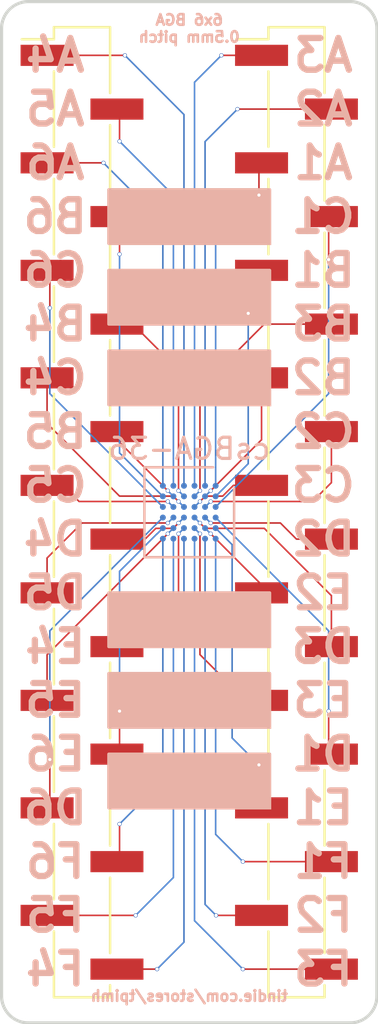
<source format=kicad_pcb>
(kicad_pcb (version 20171130) (host pcbnew "(5.0.0-3-g5ebb6b6)")

  (general
    (thickness 1.6)
    (drawings 52)
    (tracks 186)
    (zones 0)
    (modules 3)
    (nets 37)
  )

  (page A4)
  (layers
    (0 F.Cu signal)
    (31 B.Cu signal)
    (32 B.Adhes user)
    (33 F.Adhes user)
    (34 B.Paste user)
    (35 F.Paste user)
    (36 B.SilkS user)
    (37 F.SilkS user)
    (38 B.Mask user)
    (39 F.Mask user)
    (40 Dwgs.User user)
    (41 Cmts.User user)
    (42 Eco1.User user)
    (43 Eco2.User user)
    (44 Edge.Cuts user)
    (45 Margin user)
    (46 B.CrtYd user)
    (47 F.CrtYd user)
    (48 B.Fab user)
    (49 F.Fab user)
  )

  (setup
    (last_trace_width 0.0762)
    (trace_clearance 0.0762)
    (zone_clearance 0.508)
    (zone_45_only no)
    (trace_min 0.0762)
    (segment_width 0.2)
    (edge_width 0.15)
    (via_size 0.2)
    (via_drill 0.15)
    (via_min_size 0.2)
    (via_min_drill 0.15)
    (uvia_size 0.254)
    (uvia_drill 0.127)
    (uvias_allowed no)
    (uvia_min_size 0.2)
    (uvia_min_drill 0.1)
    (pcb_text_width 0.3)
    (pcb_text_size 1.5 1.5)
    (mod_edge_width 0.15)
    (mod_text_size 1 1)
    (mod_text_width 0.15)
    (pad_size 1.524 1.524)
    (pad_drill 0.762)
    (pad_to_mask_clearance 0.2)
    (aux_axis_origin 0 0)
    (visible_elements FFFFFF7F)
    (pcbplotparams
      (layerselection 0x010fc_ffffffff)
      (usegerberextensions false)
      (usegerberattributes false)
      (usegerberadvancedattributes false)
      (creategerberjobfile false)
      (excludeedgelayer true)
      (linewidth 0.100000)
      (plotframeref false)
      (viasonmask false)
      (mode 1)
      (useauxorigin false)
      (hpglpennumber 1)
      (hpglpenspeed 20)
      (hpglpendiameter 15.000000)
      (psnegative false)
      (psa4output false)
      (plotreference true)
      (plotvalue true)
      (plotinvisibletext false)
      (padsonsilk false)
      (subtractmaskfromsilk false)
      (outputformat 1)
      (mirror false)
      (drillshape 1)
      (scaleselection 1)
      (outputdirectory ""))
  )

  (net 0 "")
  (net 1 /F6)
  (net 2 /F5)
  (net 3 /F4)
  (net 4 /F3)
  (net 5 /F2)
  (net 6 /F1)
  (net 7 /E6)
  (net 8 /E5)
  (net 9 /E4)
  (net 10 /E3)
  (net 11 /E2)
  (net 12 /E1)
  (net 13 /D6)
  (net 14 /D5)
  (net 15 /D4)
  (net 16 /D3)
  (net 17 /D2)
  (net 18 /D1)
  (net 19 /C6)
  (net 20 /C5)
  (net 21 /C4)
  (net 22 /C3)
  (net 23 /C2)
  (net 24 /C1)
  (net 25 /B6)
  (net 26 /B5)
  (net 27 /B4)
  (net 28 /B3)
  (net 29 /B1)
  (net 30 /A6)
  (net 31 /A5)
  (net 32 /A4)
  (net 33 /A3)
  (net 34 /A2)
  (net 35 /A1)
  (net 36 /B2)

  (net_class Default "This is the default net class."
    (clearance 0.0762)
    (trace_width 0.0762)
    (via_dia 0.2)
    (via_drill 0.15)
    (uvia_dia 0.254)
    (uvia_drill 0.127)
    (add_net /A1)
    (add_net /A2)
    (add_net /A3)
    (add_net /A4)
    (add_net /A5)
    (add_net /A6)
    (add_net /B1)
    (add_net /B2)
    (add_net /B3)
    (add_net /B4)
    (add_net /B5)
    (add_net /B6)
    (add_net /C1)
    (add_net /C2)
    (add_net /C3)
    (add_net /C4)
    (add_net /C5)
    (add_net /C6)
    (add_net /D1)
    (add_net /D2)
    (add_net /D3)
    (add_net /D4)
    (add_net /D5)
    (add_net /D6)
    (add_net /E1)
    (add_net /E2)
    (add_net /E3)
    (add_net /E4)
    (add_net /E5)
    (add_net /E6)
    (add_net /F1)
    (add_net /F2)
    (add_net /F3)
    (add_net /F4)
    (add_net /F5)
    (add_net /F6)
  )

  (module footprint:CSBGA-36_4x4mm_Layout6x6_P0.5mm (layer B.Cu) (tedit 5B6C2AF8) (tstamp 5B99A48F)
    (at 129.54 96.52 180)
    (tags "BGA 36 0.5")
    (path /5B6B4A26)
    (attr smd)
    (fp_text reference csBGA-36 (at 0 3 180) (layer B.SilkS)
      (effects (font (size 1 1) (thickness 0.15)) (justify mirror))
    )
    (fp_text value BGA-36_6x6 (at 0.5 -4 180) (layer B.Fab) hide
      (effects (font (size 1 1) (thickness 0.15)) (justify mirror))
    )
    (fp_text user %R (at 0.5 0) (layer B.Fab) hide
      (effects (font (size 1 1) (thickness 0.15)) (justify mirror))
    )
    (fp_line (start -2.125 -2.125) (end -2.125 1.125) (layer B.SilkS) (width 0.12))
    (fp_line (start 2.125 -2.125) (end -2.125 -2.125) (layer B.SilkS) (width 0.12))
    (fp_line (start 2.125 2.125) (end 2.125 -2.125) (layer B.SilkS) (width 0.12))
    (fp_line (start -1.125 2.125) (end 2.125 2.125) (layer B.SilkS) (width 0.12))
    (fp_line (start 3 3) (end -3 3) (layer B.CrtYd) (width 0.05))
    (fp_line (start 3 -3) (end 3 3) (layer B.CrtYd) (width 0.05))
    (fp_line (start -3 -3) (end 3 -3) (layer B.CrtYd) (width 0.05))
    (fp_line (start -3 3) (end -3 -3) (layer B.CrtYd) (width 0.05))
    (fp_line (start 2 2) (end 2 -2) (layer B.Fab) (width 0.1))
    (fp_line (start -1 2) (end 2 2) (layer B.Fab) (width 0.1))
    (fp_line (start -2 1) (end -1 2) (layer B.Fab) (width 0.1))
    (fp_line (start -2 -2) (end -2 1) (layer B.Fab) (width 0.1))
    (fp_line (start 2 -2) (end -2 -2) (layer B.Fab) (width 0.1))
    (pad F6 smd circle (at 1.25 -1.25 180) (size 0.28 0.28) (layers B.Cu B.Paste B.Mask)
      (net 1 /F6))
    (pad F5 smd circle (at 0.75 -1.25 180) (size 0.28 0.28) (layers B.Cu B.Paste B.Mask)
      (net 2 /F5))
    (pad F4 smd circle (at 0.25 -1.25 180) (size 0.28 0.28) (layers B.Cu B.Paste B.Mask)
      (net 3 /F4))
    (pad F3 smd circle (at -0.25 -1.25 180) (size 0.28 0.28) (layers B.Cu B.Paste B.Mask)
      (net 4 /F3))
    (pad F2 smd circle (at -0.75 -1.25 180) (size 0.28 0.28) (layers B.Cu B.Paste B.Mask)
      (net 5 /F2))
    (pad F1 smd circle (at -1.25 -1.25 180) (size 0.28 0.28) (layers B.Cu B.Paste B.Mask)
      (net 6 /F1))
    (pad E6 smd circle (at 1.25 -0.75 180) (size 0.28 0.28) (layers B.Cu B.Paste B.Mask)
      (net 7 /E6))
    (pad E5 smd circle (at 0.75 -0.75 180) (size 0.28 0.28) (layers B.Cu B.Paste B.Mask)
      (net 8 /E5))
    (pad E4 smd circle (at 0.25 -0.75 180) (size 0.28 0.28) (layers B.Cu B.Paste B.Mask)
      (net 9 /E4))
    (pad E3 smd circle (at -0.25 -0.75 180) (size 0.28 0.28) (layers B.Cu B.Paste B.Mask)
      (net 10 /E3))
    (pad E2 smd circle (at -0.75 -0.75 180) (size 0.28 0.28) (layers B.Cu B.Paste B.Mask)
      (net 11 /E2))
    (pad E1 smd circle (at -1.25 -0.75 180) (size 0.28 0.28) (layers B.Cu B.Paste B.Mask)
      (net 12 /E1))
    (pad D6 smd circle (at 1.25 -0.25 180) (size 0.28 0.28) (layers B.Cu B.Paste B.Mask)
      (net 13 /D6))
    (pad D5 smd circle (at 0.75 -0.25 180) (size 0.28 0.28) (layers B.Cu B.Paste B.Mask)
      (net 14 /D5))
    (pad D4 smd circle (at 0.25 -0.25 180) (size 0.28 0.28) (layers B.Cu B.Paste B.Mask)
      (net 15 /D4))
    (pad D3 smd circle (at -0.25 -0.25 180) (size 0.28 0.28) (layers B.Cu B.Paste B.Mask)
      (net 16 /D3))
    (pad D2 smd circle (at -0.75 -0.25 180) (size 0.28 0.28) (layers B.Cu B.Paste B.Mask)
      (net 17 /D2))
    (pad D1 smd circle (at -1.25 -0.25 180) (size 0.28 0.28) (layers B.Cu B.Paste B.Mask)
      (net 18 /D1))
    (pad C6 smd circle (at 1.25 0.25 180) (size 0.28 0.28) (layers B.Cu B.Paste B.Mask)
      (net 19 /C6))
    (pad C5 smd circle (at 0.75 0.25 180) (size 0.28 0.28) (layers B.Cu B.Paste B.Mask)
      (net 20 /C5))
    (pad C4 smd circle (at 0.25 0.25 180) (size 0.28 0.28) (layers B.Cu B.Paste B.Mask)
      (net 21 /C4))
    (pad C3 smd circle (at -0.25 0.25 180) (size 0.28 0.28) (layers B.Cu B.Paste B.Mask)
      (net 22 /C3))
    (pad C2 smd circle (at -0.75 0.25 180) (size 0.28 0.28) (layers B.Cu B.Paste B.Mask)
      (net 23 /C2))
    (pad C1 smd circle (at -1.25 0.25 180) (size 0.28 0.28) (layers B.Cu B.Paste B.Mask)
      (net 24 /C1))
    (pad B6 smd circle (at 1.25 0.75 180) (size 0.28 0.28) (layers B.Cu B.Paste B.Mask)
      (net 25 /B6))
    (pad B5 smd circle (at 0.75 0.75 180) (size 0.28 0.28) (layers B.Cu B.Paste B.Mask)
      (net 26 /B5))
    (pad B4 smd circle (at 0.25 0.75 180) (size 0.28 0.28) (layers B.Cu B.Paste B.Mask)
      (net 27 /B4))
    (pad B3 smd circle (at -0.25 0.75 180) (size 0.28 0.28) (layers B.Cu B.Paste B.Mask)
      (net 28 /B3))
    (pad B2 smd circle (at -0.75 0.75 180) (size 0.28 0.28) (layers B.Cu B.Paste B.Mask)
      (net 36 /B2))
    (pad B1 smd circle (at -1.25 0.75 180) (size 0.28 0.28) (layers B.Cu B.Paste B.Mask)
      (net 29 /B1))
    (pad A6 smd circle (at 1.25 1.25 180) (size 0.28 0.28) (layers B.Cu B.Paste B.Mask)
      (net 30 /A6))
    (pad A5 smd circle (at 0.75 1.25 180) (size 0.28 0.28) (layers B.Cu B.Paste B.Mask)
      (net 31 /A5))
    (pad A4 smd circle (at 0.25 1.25 180) (size 0.28 0.28) (layers B.Cu B.Paste B.Mask)
      (net 32 /A4))
    (pad A3 smd circle (at -0.25 1.25 180) (size 0.28 0.28) (layers B.Cu B.Paste B.Mask)
      (net 33 /A3))
    (pad A2 smd circle (at -0.75 1.25 180) (size 0.28 0.28) (layers B.Cu B.Paste B.Mask)
      (net 34 /A2))
    (pad A1 smd circle (at -1.25 1.25 180) (size 0.28 0.28) (layers B.Cu B.Paste B.Mask)
      (net 35 /A1))
    (model ${KISYS3DMOD}/Package_BGA.3dshapes/TFBGA-64_5x5mm_Layout8x8_P0.5mm.wrl
      (at (xyz 0 0 0))
      (scale (xyz 1 1 1))
      (rotate (xyz 0 0 0))
    )
  )

  (module Connector_PinHeader_2.54mm:PinHeader_1x18_P2.54mm_Vertical_SMD_Pin1Left (layer F.Cu) (tedit 5B6C2AEA) (tstamp 5B99AC5E)
    (at 124.46 96.52)
    (descr "surface-mounted straight pin header, 1x18, 2.54mm pitch, single row, style 1 (pin 1 left)")
    (tags "Surface mounted pin header SMD 1x18 2.54mm single row style1 pin1 left")
    (path /5B6B4C78)
    (attr smd)
    (fp_text reference J2 (at 0 -23.92) (layer F.SilkS) hide
      (effects (font (size 1 1) (thickness 0.15)))
    )
    (fp_text value Conn_01x18_Male (at 0 23.92) (layer F.Fab) hide
      (effects (font (size 1 1) (thickness 0.15)))
    )
    (fp_line (start 1.27 22.86) (end -1.27 22.86) (layer F.Fab) (width 0.1))
    (fp_line (start -0.32 -22.86) (end 1.27 -22.86) (layer F.Fab) (width 0.1))
    (fp_line (start -1.27 22.86) (end -1.27 -21.91) (layer F.Fab) (width 0.1))
    (fp_line (start -1.27 -21.91) (end -0.32 -22.86) (layer F.Fab) (width 0.1))
    (fp_line (start 1.27 -22.86) (end 1.27 22.86) (layer F.Fab) (width 0.1))
    (fp_line (start -1.27 -21.91) (end -2.54 -21.91) (layer F.Fab) (width 0.1))
    (fp_line (start -2.54 -21.91) (end -2.54 -21.27) (layer F.Fab) (width 0.1))
    (fp_line (start -2.54 -21.27) (end -1.27 -21.27) (layer F.Fab) (width 0.1))
    (fp_line (start -1.27 -16.83) (end -2.54 -16.83) (layer F.Fab) (width 0.1))
    (fp_line (start -2.54 -16.83) (end -2.54 -16.19) (layer F.Fab) (width 0.1))
    (fp_line (start -2.54 -16.19) (end -1.27 -16.19) (layer F.Fab) (width 0.1))
    (fp_line (start -1.27 -11.75) (end -2.54 -11.75) (layer F.Fab) (width 0.1))
    (fp_line (start -2.54 -11.75) (end -2.54 -11.11) (layer F.Fab) (width 0.1))
    (fp_line (start -2.54 -11.11) (end -1.27 -11.11) (layer F.Fab) (width 0.1))
    (fp_line (start -1.27 -6.67) (end -2.54 -6.67) (layer F.Fab) (width 0.1))
    (fp_line (start -2.54 -6.67) (end -2.54 -6.03) (layer F.Fab) (width 0.1))
    (fp_line (start -2.54 -6.03) (end -1.27 -6.03) (layer F.Fab) (width 0.1))
    (fp_line (start -1.27 -1.59) (end -2.54 -1.59) (layer F.Fab) (width 0.1))
    (fp_line (start -2.54 -1.59) (end -2.54 -0.95) (layer F.Fab) (width 0.1))
    (fp_line (start -2.54 -0.95) (end -1.27 -0.95) (layer F.Fab) (width 0.1))
    (fp_line (start -1.27 3.49) (end -2.54 3.49) (layer F.Fab) (width 0.1))
    (fp_line (start -2.54 3.49) (end -2.54 4.13) (layer F.Fab) (width 0.1))
    (fp_line (start -2.54 4.13) (end -1.27 4.13) (layer F.Fab) (width 0.1))
    (fp_line (start -1.27 8.57) (end -2.54 8.57) (layer F.Fab) (width 0.1))
    (fp_line (start -2.54 8.57) (end -2.54 9.21) (layer F.Fab) (width 0.1))
    (fp_line (start -2.54 9.21) (end -1.27 9.21) (layer F.Fab) (width 0.1))
    (fp_line (start -1.27 13.65) (end -2.54 13.65) (layer F.Fab) (width 0.1))
    (fp_line (start -2.54 13.65) (end -2.54 14.29) (layer F.Fab) (width 0.1))
    (fp_line (start -2.54 14.29) (end -1.27 14.29) (layer F.Fab) (width 0.1))
    (fp_line (start -1.27 18.73) (end -2.54 18.73) (layer F.Fab) (width 0.1))
    (fp_line (start -2.54 18.73) (end -2.54 19.37) (layer F.Fab) (width 0.1))
    (fp_line (start -2.54 19.37) (end -1.27 19.37) (layer F.Fab) (width 0.1))
    (fp_line (start 1.27 -19.37) (end 2.54 -19.37) (layer F.Fab) (width 0.1))
    (fp_line (start 2.54 -19.37) (end 2.54 -18.73) (layer F.Fab) (width 0.1))
    (fp_line (start 2.54 -18.73) (end 1.27 -18.73) (layer F.Fab) (width 0.1))
    (fp_line (start 1.27 -14.29) (end 2.54 -14.29) (layer F.Fab) (width 0.1))
    (fp_line (start 2.54 -14.29) (end 2.54 -13.65) (layer F.Fab) (width 0.1))
    (fp_line (start 2.54 -13.65) (end 1.27 -13.65) (layer F.Fab) (width 0.1))
    (fp_line (start 1.27 -9.21) (end 2.54 -9.21) (layer F.Fab) (width 0.1))
    (fp_line (start 2.54 -9.21) (end 2.54 -8.57) (layer F.Fab) (width 0.1))
    (fp_line (start 2.54 -8.57) (end 1.27 -8.57) (layer F.Fab) (width 0.1))
    (fp_line (start 1.27 -4.13) (end 2.54 -4.13) (layer F.Fab) (width 0.1))
    (fp_line (start 2.54 -4.13) (end 2.54 -3.49) (layer F.Fab) (width 0.1))
    (fp_line (start 2.54 -3.49) (end 1.27 -3.49) (layer F.Fab) (width 0.1))
    (fp_line (start 1.27 0.95) (end 2.54 0.95) (layer F.Fab) (width 0.1))
    (fp_line (start 2.54 0.95) (end 2.54 1.59) (layer F.Fab) (width 0.1))
    (fp_line (start 2.54 1.59) (end 1.27 1.59) (layer F.Fab) (width 0.1))
    (fp_line (start 1.27 6.03) (end 2.54 6.03) (layer F.Fab) (width 0.1))
    (fp_line (start 2.54 6.03) (end 2.54 6.67) (layer F.Fab) (width 0.1))
    (fp_line (start 2.54 6.67) (end 1.27 6.67) (layer F.Fab) (width 0.1))
    (fp_line (start 1.27 11.11) (end 2.54 11.11) (layer F.Fab) (width 0.1))
    (fp_line (start 2.54 11.11) (end 2.54 11.75) (layer F.Fab) (width 0.1))
    (fp_line (start 2.54 11.75) (end 1.27 11.75) (layer F.Fab) (width 0.1))
    (fp_line (start 1.27 16.19) (end 2.54 16.19) (layer F.Fab) (width 0.1))
    (fp_line (start 2.54 16.19) (end 2.54 16.83) (layer F.Fab) (width 0.1))
    (fp_line (start 2.54 16.83) (end 1.27 16.83) (layer F.Fab) (width 0.1))
    (fp_line (start 1.27 21.27) (end 2.54 21.27) (layer F.Fab) (width 0.1))
    (fp_line (start 2.54 21.27) (end 2.54 21.91) (layer F.Fab) (width 0.1))
    (fp_line (start 2.54 21.91) (end 1.27 21.91) (layer F.Fab) (width 0.1))
    (fp_line (start -1.33 -22.92) (end 1.33 -22.92) (layer F.SilkS) (width 0.12))
    (fp_line (start -1.33 22.92) (end 1.33 22.92) (layer F.SilkS) (width 0.12))
    (fp_line (start 1.33 -22.92) (end 1.33 -19.81) (layer F.SilkS) (width 0.12))
    (fp_line (start -1.33 -22.35) (end -2.85 -22.35) (layer F.SilkS) (width 0.12))
    (fp_line (start -1.33 -22.92) (end -1.33 -22.35) (layer F.SilkS) (width 0.12))
    (fp_line (start 1.33 22.35) (end 1.33 22.92) (layer F.SilkS) (width 0.12))
    (fp_line (start 1.33 -18.29) (end 1.33 -14.73) (layer F.SilkS) (width 0.12))
    (fp_line (start 1.33 -13.21) (end 1.33 -9.65) (layer F.SilkS) (width 0.12))
    (fp_line (start 1.33 -8.13) (end 1.33 -4.57) (layer F.SilkS) (width 0.12))
    (fp_line (start 1.33 -3.05) (end 1.33 0.51) (layer F.SilkS) (width 0.12))
    (fp_line (start 1.33 2.03) (end 1.33 5.59) (layer F.SilkS) (width 0.12))
    (fp_line (start 1.33 7.11) (end 1.33 10.67) (layer F.SilkS) (width 0.12))
    (fp_line (start 1.33 12.19) (end 1.33 15.75) (layer F.SilkS) (width 0.12))
    (fp_line (start 1.33 17.27) (end 1.33 20.83) (layer F.SilkS) (width 0.12))
    (fp_line (start -1.33 -20.83) (end -1.33 -17.27) (layer F.SilkS) (width 0.12))
    (fp_line (start -1.33 -15.75) (end -1.33 -12.19) (layer F.SilkS) (width 0.12))
    (fp_line (start -1.33 -10.67) (end -1.33 -7.11) (layer F.SilkS) (width 0.12))
    (fp_line (start -1.33 -5.59) (end -1.33 -2.03) (layer F.SilkS) (width 0.12))
    (fp_line (start -1.33 -0.51) (end -1.33 3.05) (layer F.SilkS) (width 0.12))
    (fp_line (start -1.33 4.57) (end -1.33 8.13) (layer F.SilkS) (width 0.12))
    (fp_line (start -1.33 9.65) (end -1.33 13.21) (layer F.SilkS) (width 0.12))
    (fp_line (start -1.33 14.73) (end -1.33 18.29) (layer F.SilkS) (width 0.12))
    (fp_line (start -1.33 19.81) (end -1.33 22.92) (layer F.SilkS) (width 0.12))
    (fp_line (start -3.45 -23.4) (end -3.45 23.4) (layer F.CrtYd) (width 0.05))
    (fp_line (start -3.45 23.4) (end 3.45 23.4) (layer F.CrtYd) (width 0.05))
    (fp_line (start 3.45 23.4) (end 3.45 -23.4) (layer F.CrtYd) (width 0.05))
    (fp_line (start 3.45 -23.4) (end -3.45 -23.4) (layer F.CrtYd) (width 0.05))
    (fp_text user %R (at 0 0 90) (layer F.Fab)
      (effects (font (size 1 1) (thickness 0.15)))
    )
    (pad 1 smd rect (at -1.655 -21.59) (size 2.51 1) (layers F.Cu F.Paste F.Mask)
      (net 32 /A4))
    (pad 3 smd rect (at -1.655 -16.51) (size 2.51 1) (layers F.Cu F.Paste F.Mask)
      (net 30 /A6))
    (pad 5 smd rect (at -1.655 -11.43) (size 2.51 1) (layers F.Cu F.Paste F.Mask)
      (net 19 /C6))
    (pad 7 smd rect (at -1.655 -6.35) (size 2.51 1) (layers F.Cu F.Paste F.Mask)
      (net 21 /C4))
    (pad 9 smd rect (at -1.655 -1.27) (size 2.51 1) (layers F.Cu F.Paste F.Mask)
      (net 20 /C5))
    (pad 11 smd rect (at -1.655 3.81) (size 2.51 1) (layers F.Cu F.Paste F.Mask)
      (net 14 /D5))
    (pad 13 smd rect (at -1.655 8.89) (size 2.51 1) (layers F.Cu F.Paste F.Mask)
      (net 8 /E5))
    (pad 15 smd rect (at -1.655 13.97) (size 2.51 1) (layers F.Cu F.Paste F.Mask)
      (net 13 /D6))
    (pad 17 smd rect (at -1.655 19.05) (size 2.51 1) (layers F.Cu F.Paste F.Mask)
      (net 2 /F5))
    (pad 2 smd rect (at 1.655 -19.05) (size 2.51 1) (layers F.Cu F.Paste F.Mask)
      (net 31 /A5))
    (pad 4 smd rect (at 1.655 -13.97) (size 2.51 1) (layers F.Cu F.Paste F.Mask)
      (net 25 /B6))
    (pad 6 smd rect (at 1.655 -8.89) (size 2.51 1) (layers F.Cu F.Paste F.Mask)
      (net 27 /B4))
    (pad 8 smd rect (at 1.655 -3.81) (size 2.51 1) (layers F.Cu F.Paste F.Mask)
      (net 26 /B5))
    (pad 10 smd rect (at 1.655 1.27) (size 2.51 1) (layers F.Cu F.Paste F.Mask)
      (net 15 /D4))
    (pad 12 smd rect (at 1.655 6.35) (size 2.51 1) (layers F.Cu F.Paste F.Mask)
      (net 9 /E4))
    (pad 14 smd rect (at 1.655 11.43) (size 2.51 1) (layers F.Cu F.Paste F.Mask)
      (net 7 /E6))
    (pad 16 smd rect (at 1.655 16.51) (size 2.51 1) (layers F.Cu F.Paste F.Mask)
      (net 1 /F6))
    (pad 18 smd rect (at 1.655 21.59) (size 2.51 1) (layers F.Cu F.Paste F.Mask)
      (net 3 /F4))
    (model ${KISYS3DMOD}/Connector_PinHeader_2.54mm.3dshapes/PinHeader_1x18_P2.54mm_Vertical_SMD_Pin1Left.wrl
      (at (xyz 0 0 0))
      (scale (xyz 1 1 1))
      (rotate (xyz 0 0 0))
    )
  )

  (module Connector_PinHeader_2.54mm:PinHeader_1x18_P2.54mm_Vertical_SMD_Pin1Left (layer F.Cu) (tedit 5B6C2AE6) (tstamp 5B999DCE)
    (at 134.62 96.52)
    (descr "surface-mounted straight pin header, 1x18, 2.54mm pitch, single row, style 1 (pin 1 left)")
    (tags "Surface mounted pin header SMD 1x18 2.54mm single row style1 pin1 left")
    (path /5B6B6686)
    (attr smd)
    (fp_text reference J1 (at 0 -23.92) (layer F.SilkS) hide
      (effects (font (size 1 1) (thickness 0.15)))
    )
    (fp_text value Conn_01x18_Male (at 0 23.92) (layer F.Fab) hide
      (effects (font (size 1 1) (thickness 0.15)))
    )
    (fp_text user %R (at 0 0 90) (layer F.Fab)
      (effects (font (size 1 1) (thickness 0.15)))
    )
    (fp_line (start 3.45 -23.4) (end -3.45 -23.4) (layer F.CrtYd) (width 0.05))
    (fp_line (start 3.45 23.4) (end 3.45 -23.4) (layer F.CrtYd) (width 0.05))
    (fp_line (start -3.45 23.4) (end 3.45 23.4) (layer F.CrtYd) (width 0.05))
    (fp_line (start -3.45 -23.4) (end -3.45 23.4) (layer F.CrtYd) (width 0.05))
    (fp_line (start -1.33 19.81) (end -1.33 22.92) (layer F.SilkS) (width 0.12))
    (fp_line (start -1.33 14.73) (end -1.33 18.29) (layer F.SilkS) (width 0.12))
    (fp_line (start -1.33 9.65) (end -1.33 13.21) (layer F.SilkS) (width 0.12))
    (fp_line (start -1.33 4.57) (end -1.33 8.13) (layer F.SilkS) (width 0.12))
    (fp_line (start -1.33 -0.51) (end -1.33 3.05) (layer F.SilkS) (width 0.12))
    (fp_line (start -1.33 -5.59) (end -1.33 -2.03) (layer F.SilkS) (width 0.12))
    (fp_line (start -1.33 -10.67) (end -1.33 -7.11) (layer F.SilkS) (width 0.12))
    (fp_line (start -1.33 -15.75) (end -1.33 -12.19) (layer F.SilkS) (width 0.12))
    (fp_line (start -1.33 -20.83) (end -1.33 -17.27) (layer F.SilkS) (width 0.12))
    (fp_line (start 1.33 17.27) (end 1.33 20.83) (layer F.SilkS) (width 0.12))
    (fp_line (start 1.33 12.19) (end 1.33 15.75) (layer F.SilkS) (width 0.12))
    (fp_line (start 1.33 7.11) (end 1.33 10.67) (layer F.SilkS) (width 0.12))
    (fp_line (start 1.33 2.03) (end 1.33 5.59) (layer F.SilkS) (width 0.12))
    (fp_line (start 1.33 -3.05) (end 1.33 0.51) (layer F.SilkS) (width 0.12))
    (fp_line (start 1.33 -8.13) (end 1.33 -4.57) (layer F.SilkS) (width 0.12))
    (fp_line (start 1.33 -13.21) (end 1.33 -9.65) (layer F.SilkS) (width 0.12))
    (fp_line (start 1.33 -18.29) (end 1.33 -14.73) (layer F.SilkS) (width 0.12))
    (fp_line (start 1.33 22.35) (end 1.33 22.92) (layer F.SilkS) (width 0.12))
    (fp_line (start -1.33 -22.92) (end -1.33 -22.35) (layer F.SilkS) (width 0.12))
    (fp_line (start -1.33 -22.35) (end -2.85 -22.35) (layer F.SilkS) (width 0.12))
    (fp_line (start 1.33 -22.92) (end 1.33 -19.81) (layer F.SilkS) (width 0.12))
    (fp_line (start -1.33 22.92) (end 1.33 22.92) (layer F.SilkS) (width 0.12))
    (fp_line (start -1.33 -22.92) (end 1.33 -22.92) (layer F.SilkS) (width 0.12))
    (fp_line (start 2.54 21.91) (end 1.27 21.91) (layer F.Fab) (width 0.1))
    (fp_line (start 2.54 21.27) (end 2.54 21.91) (layer F.Fab) (width 0.1))
    (fp_line (start 1.27 21.27) (end 2.54 21.27) (layer F.Fab) (width 0.1))
    (fp_line (start 2.54 16.83) (end 1.27 16.83) (layer F.Fab) (width 0.1))
    (fp_line (start 2.54 16.19) (end 2.54 16.83) (layer F.Fab) (width 0.1))
    (fp_line (start 1.27 16.19) (end 2.54 16.19) (layer F.Fab) (width 0.1))
    (fp_line (start 2.54 11.75) (end 1.27 11.75) (layer F.Fab) (width 0.1))
    (fp_line (start 2.54 11.11) (end 2.54 11.75) (layer F.Fab) (width 0.1))
    (fp_line (start 1.27 11.11) (end 2.54 11.11) (layer F.Fab) (width 0.1))
    (fp_line (start 2.54 6.67) (end 1.27 6.67) (layer F.Fab) (width 0.1))
    (fp_line (start 2.54 6.03) (end 2.54 6.67) (layer F.Fab) (width 0.1))
    (fp_line (start 1.27 6.03) (end 2.54 6.03) (layer F.Fab) (width 0.1))
    (fp_line (start 2.54 1.59) (end 1.27 1.59) (layer F.Fab) (width 0.1))
    (fp_line (start 2.54 0.95) (end 2.54 1.59) (layer F.Fab) (width 0.1))
    (fp_line (start 1.27 0.95) (end 2.54 0.95) (layer F.Fab) (width 0.1))
    (fp_line (start 2.54 -3.49) (end 1.27 -3.49) (layer F.Fab) (width 0.1))
    (fp_line (start 2.54 -4.13) (end 2.54 -3.49) (layer F.Fab) (width 0.1))
    (fp_line (start 1.27 -4.13) (end 2.54 -4.13) (layer F.Fab) (width 0.1))
    (fp_line (start 2.54 -8.57) (end 1.27 -8.57) (layer F.Fab) (width 0.1))
    (fp_line (start 2.54 -9.21) (end 2.54 -8.57) (layer F.Fab) (width 0.1))
    (fp_line (start 1.27 -9.21) (end 2.54 -9.21) (layer F.Fab) (width 0.1))
    (fp_line (start 2.54 -13.65) (end 1.27 -13.65) (layer F.Fab) (width 0.1))
    (fp_line (start 2.54 -14.29) (end 2.54 -13.65) (layer F.Fab) (width 0.1))
    (fp_line (start 1.27 -14.29) (end 2.54 -14.29) (layer F.Fab) (width 0.1))
    (fp_line (start 2.54 -18.73) (end 1.27 -18.73) (layer F.Fab) (width 0.1))
    (fp_line (start 2.54 -19.37) (end 2.54 -18.73) (layer F.Fab) (width 0.1))
    (fp_line (start 1.27 -19.37) (end 2.54 -19.37) (layer F.Fab) (width 0.1))
    (fp_line (start -2.54 19.37) (end -1.27 19.37) (layer F.Fab) (width 0.1))
    (fp_line (start -2.54 18.73) (end -2.54 19.37) (layer F.Fab) (width 0.1))
    (fp_line (start -1.27 18.73) (end -2.54 18.73) (layer F.Fab) (width 0.1))
    (fp_line (start -2.54 14.29) (end -1.27 14.29) (layer F.Fab) (width 0.1))
    (fp_line (start -2.54 13.65) (end -2.54 14.29) (layer F.Fab) (width 0.1))
    (fp_line (start -1.27 13.65) (end -2.54 13.65) (layer F.Fab) (width 0.1))
    (fp_line (start -2.54 9.21) (end -1.27 9.21) (layer F.Fab) (width 0.1))
    (fp_line (start -2.54 8.57) (end -2.54 9.21) (layer F.Fab) (width 0.1))
    (fp_line (start -1.27 8.57) (end -2.54 8.57) (layer F.Fab) (width 0.1))
    (fp_line (start -2.54 4.13) (end -1.27 4.13) (layer F.Fab) (width 0.1))
    (fp_line (start -2.54 3.49) (end -2.54 4.13) (layer F.Fab) (width 0.1))
    (fp_line (start -1.27 3.49) (end -2.54 3.49) (layer F.Fab) (width 0.1))
    (fp_line (start -2.54 -0.95) (end -1.27 -0.95) (layer F.Fab) (width 0.1))
    (fp_line (start -2.54 -1.59) (end -2.54 -0.95) (layer F.Fab) (width 0.1))
    (fp_line (start -1.27 -1.59) (end -2.54 -1.59) (layer F.Fab) (width 0.1))
    (fp_line (start -2.54 -6.03) (end -1.27 -6.03) (layer F.Fab) (width 0.1))
    (fp_line (start -2.54 -6.67) (end -2.54 -6.03) (layer F.Fab) (width 0.1))
    (fp_line (start -1.27 -6.67) (end -2.54 -6.67) (layer F.Fab) (width 0.1))
    (fp_line (start -2.54 -11.11) (end -1.27 -11.11) (layer F.Fab) (width 0.1))
    (fp_line (start -2.54 -11.75) (end -2.54 -11.11) (layer F.Fab) (width 0.1))
    (fp_line (start -1.27 -11.75) (end -2.54 -11.75) (layer F.Fab) (width 0.1))
    (fp_line (start -2.54 -16.19) (end -1.27 -16.19) (layer F.Fab) (width 0.1))
    (fp_line (start -2.54 -16.83) (end -2.54 -16.19) (layer F.Fab) (width 0.1))
    (fp_line (start -1.27 -16.83) (end -2.54 -16.83) (layer F.Fab) (width 0.1))
    (fp_line (start -2.54 -21.27) (end -1.27 -21.27) (layer F.Fab) (width 0.1))
    (fp_line (start -2.54 -21.91) (end -2.54 -21.27) (layer F.Fab) (width 0.1))
    (fp_line (start -1.27 -21.91) (end -2.54 -21.91) (layer F.Fab) (width 0.1))
    (fp_line (start 1.27 -22.86) (end 1.27 22.86) (layer F.Fab) (width 0.1))
    (fp_line (start -1.27 -21.91) (end -0.32 -22.86) (layer F.Fab) (width 0.1))
    (fp_line (start -1.27 22.86) (end -1.27 -21.91) (layer F.Fab) (width 0.1))
    (fp_line (start -0.32 -22.86) (end 1.27 -22.86) (layer F.Fab) (width 0.1))
    (fp_line (start 1.27 22.86) (end -1.27 22.86) (layer F.Fab) (width 0.1))
    (pad 18 smd rect (at 1.655 21.59) (size 2.51 1) (layers F.Cu F.Paste F.Mask)
      (net 4 /F3))
    (pad 16 smd rect (at 1.655 16.51) (size 2.51 1) (layers F.Cu F.Paste F.Mask)
      (net 6 /F1))
    (pad 14 smd rect (at 1.655 11.43) (size 2.51 1) (layers F.Cu F.Paste F.Mask)
      (net 18 /D1))
    (pad 12 smd rect (at 1.655 6.35) (size 2.51 1) (layers F.Cu F.Paste F.Mask)
      (net 16 /D3))
    (pad 10 smd rect (at 1.655 1.27) (size 2.51 1) (layers F.Cu F.Paste F.Mask)
      (net 17 /D2))
    (pad 8 smd rect (at 1.655 -3.81) (size 2.51 1) (layers F.Cu F.Paste F.Mask)
      (net 23 /C2))
    (pad 6 smd rect (at 1.655 -8.89) (size 2.51 1) (layers F.Cu F.Paste F.Mask)
      (net 28 /B3))
    (pad 4 smd rect (at 1.655 -13.97) (size 2.51 1) (layers F.Cu F.Paste F.Mask)
      (net 24 /C1))
    (pad 2 smd rect (at 1.655 -19.05) (size 2.51 1) (layers F.Cu F.Paste F.Mask)
      (net 34 /A2))
    (pad 17 smd rect (at -1.655 19.05) (size 2.51 1) (layers F.Cu F.Paste F.Mask)
      (net 5 /F2))
    (pad 15 smd rect (at -1.655 13.97) (size 2.51 1) (layers F.Cu F.Paste F.Mask)
      (net 12 /E1))
    (pad 13 smd rect (at -1.655 8.89) (size 2.51 1) (layers F.Cu F.Paste F.Mask)
      (net 10 /E3))
    (pad 11 smd rect (at -1.655 3.81) (size 2.51 1) (layers F.Cu F.Paste F.Mask)
      (net 11 /E2))
    (pad 9 smd rect (at -1.655 -1.27) (size 2.51 1) (layers F.Cu F.Paste F.Mask)
      (net 22 /C3))
    (pad 7 smd rect (at -1.655 -6.35) (size 2.51 1) (layers F.Cu F.Paste F.Mask)
      (net 36 /B2))
    (pad 5 smd rect (at -1.655 -11.43) (size 2.51 1) (layers F.Cu F.Paste F.Mask)
      (net 29 /B1))
    (pad 3 smd rect (at -1.655 -16.51) (size 2.51 1) (layers F.Cu F.Paste F.Mask)
      (net 35 /A1))
    (pad 1 smd rect (at -1.655 -21.59) (size 2.51 1) (layers F.Cu F.Paste F.Mask)
      (net 33 /A3))
    (model ${KISYS3DMOD}/Connector_PinHeader_2.54mm.3dshapes/PinHeader_1x18_P2.54mm_Vertical_SMD_Pin1Left.wrl
      (at (xyz 0 0 0))
      (scale (xyz 1 1 1))
      (rotate (xyz 0 0 0))
    )
  )

  (gr_text "6x6 BGA\n0.5mm pitch" (at 129.54 73.66) (layer B.SilkS)
    (effects (font (size 0.5 0.5) (thickness 0.125)) (justify mirror))
  )
  (gr_text tindie.com/stores/tpimh (at 129.54 119.38) (layer B.SilkS)
    (effects (font (size 0.5 0.5) (thickness 0.125)) (justify mirror))
  )
  (gr_poly (pts (xy 133.35 107.95) (xy 125.73 107.95) (xy 125.73 110.49) (xy 133.35 110.49)) (layer B.SilkS) (width 0.15))
  (gr_poly (pts (xy 133.35 104.14) (xy 125.73 104.14) (xy 125.73 106.68) (xy 133.35 106.68)) (layer B.SilkS) (width 0.15))
  (gr_poly (pts (xy 133.35 100.33) (xy 125.73 100.33) (xy 125.73 102.87) (xy 133.35 102.87)) (layer B.SilkS) (width 0.15))
  (gr_poly (pts (xy 133.35 81.28) (xy 133.35 83.82) (xy 125.73 83.82) (xy 125.73 81.28)) (layer B.SilkS) (width 0.15))
  (gr_poly (pts (xy 133.35 85.09) (xy 133.35 87.63) (xy 125.73 87.63) (xy 125.73 85.09)) (layer B.SilkS) (width 0.15))
  (gr_poly (pts (xy 133.35 88.9) (xy 125.73 88.9) (xy 125.73 91.44) (xy 133.35 91.44)) (layer B.SilkS) (width 0.15))
  (gr_text F3 (at 135.89 118.11) (layer B.SilkS)
    (effects (font (size 1.5 1.5) (thickness 0.3)) (justify mirror))
  )
  (gr_text F2 (at 135.89 115.57) (layer B.SilkS)
    (effects (font (size 1.5 1.5) (thickness 0.3)) (justify mirror))
  )
  (gr_text F1 (at 135.89 113.03) (layer B.SilkS)
    (effects (font (size 1.5 1.5) (thickness 0.3)) (justify mirror))
  )
  (gr_text E1 (at 135.89 110.49) (layer B.SilkS)
    (effects (font (size 1.5 1.5) (thickness 0.3)) (justify mirror))
  )
  (gr_text D1 (at 135.89 107.95) (layer B.SilkS)
    (effects (font (size 1.5 1.5) (thickness 0.3)) (justify mirror))
  )
  (gr_text E3 (at 135.89 105.41) (layer B.SilkS)
    (effects (font (size 1.5 1.5) (thickness 0.3)) (justify mirror))
  )
  (gr_text D3 (at 135.89 102.87) (layer B.SilkS)
    (effects (font (size 1.5 1.5) (thickness 0.3)) (justify mirror))
  )
  (gr_text E2 (at 135.89 100.33) (layer B.SilkS)
    (effects (font (size 1.5 1.5) (thickness 0.3)) (justify mirror))
  )
  (gr_text D2 (at 135.89 97.79) (layer B.SilkS)
    (effects (font (size 1.5 1.5) (thickness 0.3)) (justify mirror))
  )
  (gr_text C3 (at 135.89 95.25) (layer B.SilkS)
    (effects (font (size 1.5 1.5) (thickness 0.3)) (justify mirror))
  )
  (gr_text C2 (at 135.89 92.71) (layer B.SilkS)
    (effects (font (size 1.5 1.5) (thickness 0.3)) (justify mirror))
  )
  (gr_text B2 (at 135.89 90.17) (layer B.SilkS)
    (effects (font (size 1.5 1.5) (thickness 0.3)) (justify mirror))
  )
  (gr_text B3 (at 135.89 87.63) (layer B.SilkS)
    (effects (font (size 1.5 1.5) (thickness 0.3)) (justify mirror))
  )
  (gr_text B1 (at 135.89 85.09) (layer B.SilkS)
    (effects (font (size 1.5 1.5) (thickness 0.3)) (justify mirror))
  )
  (gr_text C1 (at 135.89 82.55) (layer B.SilkS)
    (effects (font (size 1.5 1.5) (thickness 0.3)) (justify mirror))
  )
  (gr_text A1 (at 135.89 80.01) (layer B.SilkS)
    (effects (font (size 1.5 1.5) (thickness 0.3)) (justify mirror))
  )
  (gr_text A2 (at 135.89 77.47) (layer B.SilkS)
    (effects (font (size 1.5 1.5) (thickness 0.3)) (justify mirror))
  )
  (gr_text A3 (at 135.89 74.93) (layer B.SilkS)
    (effects (font (size 1.5 1.5) (thickness 0.3)) (justify mirror))
  )
  (gr_text F4 (at 123.19 118.11) (layer B.SilkS)
    (effects (font (size 1.5 1.5) (thickness 0.3)) (justify mirror))
  )
  (gr_text F5 (at 123.19 115.57) (layer B.SilkS)
    (effects (font (size 1.5 1.5) (thickness 0.3)) (justify mirror))
  )
  (gr_text F6 (at 123.19 113.03) (layer B.SilkS)
    (effects (font (size 1.5 1.5) (thickness 0.3)) (justify mirror))
  )
  (gr_text D6 (at 123.19 110.49) (layer B.SilkS)
    (effects (font (size 1.5 1.5) (thickness 0.3)) (justify mirror))
  )
  (gr_text E6 (at 123.19 107.95) (layer B.SilkS)
    (effects (font (size 1.5 1.5) (thickness 0.3)) (justify mirror))
  )
  (gr_text E5 (at 123.19 105.41) (layer B.SilkS)
    (effects (font (size 1.5 1.5) (thickness 0.3)) (justify mirror))
  )
  (gr_text E4 (at 123.19 102.87) (layer B.SilkS)
    (effects (font (size 1.5 1.5) (thickness 0.3)) (justify mirror))
  )
  (gr_text D5 (at 123.19 100.33) (layer B.SilkS)
    (effects (font (size 1.5 1.5) (thickness 0.3)) (justify mirror))
  )
  (gr_text D4 (at 123.19 97.79) (layer B.SilkS)
    (effects (font (size 1.5 1.5) (thickness 0.3)) (justify mirror))
  )
  (gr_text C5 (at 123.19 95.25) (layer B.SilkS)
    (effects (font (size 1.5 1.5) (thickness 0.3)) (justify mirror))
  )
  (gr_text B5 (at 123.19 92.71) (layer B.SilkS)
    (effects (font (size 1.5 1.5) (thickness 0.3)) (justify mirror))
  )
  (gr_text C4 (at 123.19 90.17) (layer B.SilkS)
    (effects (font (size 1.5 1.5) (thickness 0.3)) (justify mirror))
  )
  (gr_text B4 (at 123.19 87.63) (layer B.SilkS)
    (effects (font (size 1.5 1.5) (thickness 0.3)) (justify mirror))
  )
  (gr_text C6 (at 123.19 85.09) (layer B.SilkS)
    (effects (font (size 1.5 1.5) (thickness 0.3)) (justify mirror))
  )
  (gr_text B6 (at 123.19 82.55) (layer B.SilkS)
    (effects (font (size 1.5 1.5) (thickness 0.3)) (justify mirror))
  )
  (gr_text A6 (at 123.19 80.01) (layer B.SilkS)
    (effects (font (size 1.5 1.5) (thickness 0.3)) (justify mirror))
  )
  (gr_text A5 (at 123.19 77.47) (layer B.SilkS)
    (effects (font (size 1.5 1.5) (thickness 0.3)) (justify mirror))
  )
  (gr_text A4 (at 123.19 74.93) (layer B.SilkS)
    (effects (font (size 1.5 1.5) (thickness 0.3)) (justify mirror))
  )
  (gr_arc (start 121.92 119.38) (end 120.65 119.38) (angle -90) (layer Edge.Cuts) (width 0.15))
  (gr_arc (start 121.92 73.66) (end 121.92 72.39) (angle -90) (layer Edge.Cuts) (width 0.15))
  (gr_arc (start 137.16 73.66) (end 138.43 73.66) (angle -90) (layer Edge.Cuts) (width 0.15))
  (gr_arc (start 137.16 119.38) (end 137.16 120.65) (angle -90) (layer Edge.Cuts) (width 0.15))
  (gr_line (start 120.65 119.38) (end 120.65 73.66) (layer Edge.Cuts) (width 0.15))
  (gr_line (start 137.16 120.65) (end 121.92 120.65) (layer Edge.Cuts) (width 0.15))
  (gr_line (start 138.43 73.66) (end 138.43 119.38) (layer Edge.Cuts) (width 0.15))
  (gr_line (start 121.92 72.39) (end 137.16 72.39) (layer Edge.Cuts) (width 0.15))

  (via (at 126.238 111.252) (size 0.2) (drill 0.15) (layers F.Cu B.Cu) (net 1))
  (segment (start 128.29 109.2) (end 126.238 111.252) (width 0.0762) (layer B.Cu) (net 1))
  (segment (start 128.29 97.77) (end 128.29 109.2) (width 0.0762) (layer B.Cu) (net 1))
  (segment (start 126.238 112.907) (end 126.115 113.03) (width 0.0762) (layer F.Cu) (net 1))
  (segment (start 126.238 111.252) (end 126.238 112.907) (width 0.0762) (layer F.Cu) (net 1))
  (segment (start 128.79 97.77) (end 128.79 113.78) (width 0.0762) (layer B.Cu) (net 2))
  (via (at 127 115.57) (size 0.2) (drill 0.15) (layers F.Cu B.Cu) (net 2))
  (segment (start 128.79 113.78) (end 127 115.57) (width 0.0762) (layer B.Cu) (net 2))
  (segment (start 127 115.57) (end 122.805 115.57) (width 0.0762) (layer F.Cu) (net 2))
  (segment (start 129.29 116.836) (end 128.016 118.11) (width 0.0762) (layer B.Cu) (net 3))
  (via (at 128.016 118.11) (size 0.2) (drill 0.15) (layers F.Cu B.Cu) (net 3))
  (segment (start 129.29 97.77) (end 129.29 116.836) (width 0.0762) (layer B.Cu) (net 3))
  (segment (start 128.016 118.11) (end 126.115 118.11) (width 0.0762) (layer F.Cu) (net 3))
  (segment (start 129.79 97.77) (end 129.79 115.82) (width 0.0762) (layer B.Cu) (net 4))
  (via (at 132.08 118.11) (size 0.2) (drill 0.15) (layers F.Cu B.Cu) (net 4))
  (segment (start 129.79 115.82) (end 132.08 118.11) (width 0.0762) (layer B.Cu) (net 4))
  (segment (start 132.08 118.11) (end 136.275 118.11) (width 0.0762) (layer F.Cu) (net 4))
  (via (at 130.81 115.57) (size 0.2) (drill 0.15) (layers F.Cu B.Cu) (net 5))
  (segment (start 130.29 115.05) (end 130.81 115.57) (width 0.0762) (layer B.Cu) (net 5))
  (segment (start 130.29 97.77) (end 130.29 115.05) (width 0.0762) (layer B.Cu) (net 5))
  (segment (start 130.81 115.57) (end 132.965 115.57) (width 0.0762) (layer F.Cu) (net 5))
  (segment (start 130.79 111.74) (end 132.08 113.03) (width 0.0762) (layer B.Cu) (net 6))
  (via (at 132.08 113.03) (size 0.2) (drill 0.15) (layers F.Cu B.Cu) (net 6))
  (segment (start 130.79 97.77) (end 130.79 111.74) (width 0.0762) (layer B.Cu) (net 6))
  (segment (start 132.08 113.03) (end 136.275 113.03) (width 0.0762) (layer F.Cu) (net 6))
  (segment (start 128.016 97.544) (end 128.008 97.544) (width 0.0762) (layer B.Cu) (net 7))
  (segment (start 128.29 97.27) (end 128.016 97.544) (width 0.0762) (layer B.Cu) (net 7))
  (via (at 126.238 105.918) (size 0.2) (drill 0.15) (layers F.Cu B.Cu) (net 7))
  (segment (start 126.238 99.314) (end 126.238 105.918) (width 0.0762) (layer B.Cu) (net 7))
  (segment (start 128.008 97.544) (end 126.238 99.314) (width 0.0762) (layer B.Cu) (net 7))
  (segment (start 126.238 107.827) (end 126.115 107.95) (width 0.0762) (layer F.Cu) (net 7))
  (segment (start 126.238 105.918) (end 126.238 107.827) (width 0.0762) (layer F.Cu) (net 7))
  (via (at 128.524 97.536) (size 0.2) (drill 0.15) (layers F.Cu B.Cu) (net 8))
  (segment (start 128.79 97.27) (end 128.524 97.536) (width 0.0762) (layer B.Cu) (net 8))
  (segment (start 122.805 103.255) (end 122.805 105.41) (width 0.0762) (layer F.Cu) (net 8))
  (segment (start 128.524 97.536) (end 122.805 103.255) (width 0.0762) (layer F.Cu) (net 8))
  (segment (start 126.87 102.87) (end 126.115 102.87) (width 0.0762) (layer F.Cu) (net 9))
  (via (at 129.032 97.536) (size 0.2) (drill 0.15) (layers F.Cu B.Cu) (net 9))
  (segment (start 129.29 97.278) (end 129.032 97.536) (width 0.0762) (layer B.Cu) (net 9))
  (segment (start 129.29 97.27) (end 129.29 97.278) (width 0.0762) (layer B.Cu) (net 9))
  (segment (start 129.032 100.708) (end 129.029 100.711) (width 0.0762) (layer F.Cu) (net 9))
  (segment (start 129.032 97.536) (end 129.032 100.708) (width 0.0762) (layer F.Cu) (net 9))
  (segment (start 129.029 100.711) (end 126.87 102.87) (width 0.0762) (layer F.Cu) (net 9))
  (segment (start 132.21 105.41) (end 132.965 105.41) (width 0.0762) (layer F.Cu) (net 10))
  (via (at 130.048 97.536) (size 0.2) (drill 0.15) (layers F.Cu B.Cu) (net 10))
  (segment (start 129.79 97.278) (end 130.048 97.536) (width 0.0762) (layer B.Cu) (net 10))
  (segment (start 129.79 97.27) (end 129.79 97.278) (width 0.0762) (layer B.Cu) (net 10))
  (segment (start 130.048 97.536) (end 130.048 103.248) (width 0.0762) (layer F.Cu) (net 10))
  (segment (start 130.048 103.248) (end 132.21 105.41) (width 0.0762) (layer F.Cu) (net 10))
  (via (at 130.556 97.536) (size 0.2) (drill 0.15) (layers F.Cu B.Cu) (net 11))
  (segment (start 130.29 97.27) (end 130.556 97.536) (width 0.0762) (layer B.Cu) (net 11))
  (segment (start 132.965 99.945) (end 132.965 100.33) (width 0.0762) (layer F.Cu) (net 11))
  (segment (start 130.556 97.536) (end 132.965 99.945) (width 0.0762) (layer F.Cu) (net 11))
  (segment (start 131.572 98.052) (end 131.572 107.188) (width 0.0762) (layer B.Cu) (net 12))
  (segment (start 130.79 97.27) (end 131.572 98.052) (width 0.0762) (layer B.Cu) (net 12))
  (via (at 132.842 108.458) (size 0.2) (drill 0.15) (layers F.Cu B.Cu) (net 12))
  (segment (start 131.572 107.188) (end 132.842 108.458) (width 0.0762) (layer B.Cu) (net 12))
  (segment (start 132.842 110.367) (end 132.965 110.49) (width 0.0762) (layer F.Cu) (net 12))
  (segment (start 132.842 108.458) (end 132.842 110.367) (width 0.0762) (layer F.Cu) (net 12))
  (via (at 122.936 108.204) (size 0.2) (drill 0.15) (layers F.Cu B.Cu) (net 13))
  (segment (start 122.936 102.124) (end 122.936 108.204) (width 0.0762) (layer B.Cu) (net 13))
  (segment (start 128.29 96.77) (end 122.936 102.124) (width 0.0762) (layer B.Cu) (net 13))
  (segment (start 122.936 110.359) (end 122.805 110.49) (width 0.0762) (layer F.Cu) (net 13))
  (segment (start 122.936 108.204) (end 122.936 110.359) (width 0.0762) (layer F.Cu) (net 13))
  (segment (start 122.805 98.683) (end 122.805 100.33) (width 0.0762) (layer F.Cu) (net 14))
  (segment (start 128.782 96.77) (end 128.524 97.028) (width 0.0762) (layer B.Cu) (net 14))
  (via (at 128.524 97.028) (size 0.2) (drill 0.15) (layers F.Cu B.Cu) (net 14))
  (segment (start 128.79 96.77) (end 128.782 96.77) (width 0.0762) (layer B.Cu) (net 14))
  (segment (start 128.524 97.028) (end 124.46 97.028) (width 0.0762) (layer F.Cu) (net 14))
  (segment (start 124.46 97.028) (end 122.805 98.683) (width 0.0762) (layer F.Cu) (net 14))
  (via (at 129.032 97.028) (size 0.2) (drill 0.15) (layers F.Cu B.Cu) (net 15))
  (segment (start 129.29 96.77) (end 129.032 97.028) (width 0.0762) (layer B.Cu) (net 15))
  (segment (start 127.4462 97.79) (end 126.115 97.79) (width 0.0762) (layer F.Cu) (net 15))
  (segment (start 129.032 97.028) (end 128.778 97.282) (width 0.0762) (layer F.Cu) (net 15))
  (segment (start 128.778 97.282) (end 127.9542 97.282) (width 0.0762) (layer F.Cu) (net 15))
  (segment (start 127.9542 97.282) (end 127.4462 97.79) (width 0.0762) (layer F.Cu) (net 15))
  (via (at 130.048 97.028) (size 0.2) (drill 0.15) (layers F.Cu B.Cu) (net 16))
  (segment (start 129.79 96.77) (end 130.048 97.028) (width 0.0762) (layer B.Cu) (net 16))
  (segment (start 136.275 100.461) (end 136.275 102.87) (width 0.0762) (layer F.Cu) (net 16))
  (segment (start 130.048 97.028) (end 130.302 97.282) (width 0.0762) (layer F.Cu) (net 16))
  (segment (start 130.302 97.282) (end 133.096 97.282) (width 0.0762) (layer F.Cu) (net 16))
  (segment (start 133.096 97.282) (end 136.275 100.461) (width 0.0762) (layer F.Cu) (net 16))
  (segment (start 134.62 97.79) (end 136.275 97.79) (width 0.0762) (layer F.Cu) (net 17))
  (via (at 130.556 97.028) (size 0.2) (drill 0.15) (layers F.Cu B.Cu) (net 17))
  (segment (start 130.298 96.77) (end 130.556 97.028) (width 0.0762) (layer B.Cu) (net 17))
  (segment (start 130.29 96.77) (end 130.298 96.77) (width 0.0762) (layer B.Cu) (net 17))
  (segment (start 130.556 97.028) (end 133.858 97.028) (width 0.0762) (layer F.Cu) (net 17))
  (segment (start 133.858 97.028) (end 134.62 97.79) (width 0.0762) (layer F.Cu) (net 17))
  (via (at 136.144 105.918) (size 0.2) (drill 0.15) (layers F.Cu B.Cu) (net 18))
  (segment (start 136.144 102.124) (end 136.144 105.918) (width 0.0762) (layer B.Cu) (net 18))
  (segment (start 130.79 96.77) (end 136.144 102.124) (width 0.0762) (layer B.Cu) (net 18))
  (segment (start 136.144 107.819) (end 136.275 107.95) (width 0.0762) (layer F.Cu) (net 18))
  (segment (start 136.144 105.918) (end 136.144 107.819) (width 0.0762) (layer F.Cu) (net 18))
  (via (at 122.936 86.868) (size 0.2) (drill 0.15) (layers F.Cu B.Cu) (net 19))
  (segment (start 122.936 90.916) (end 122.936 86.868) (width 0.0762) (layer B.Cu) (net 19))
  (segment (start 128.29 96.27) (end 122.936 90.916) (width 0.0762) (layer B.Cu) (net 19))
  (segment (start 122.936 85.221) (end 122.805 85.09) (width 0.0762) (layer F.Cu) (net 19))
  (segment (start 122.936 86.868) (end 122.936 85.221) (width 0.0762) (layer F.Cu) (net 19))
  (segment (start 123.56 95.25) (end 122.805 95.25) (width 0.0762) (layer F.Cu) (net 20))
  (via (at 128.524 96.012) (size 0.2) (drill 0.15) (layers F.Cu B.Cu) (net 20))
  (segment (start 128.782 96.27) (end 128.524 96.012) (width 0.0762) (layer B.Cu) (net 20))
  (segment (start 128.79 96.27) (end 128.782 96.27) (width 0.0762) (layer B.Cu) (net 20))
  (segment (start 128.524 96.012) (end 124.322 96.012) (width 0.0762) (layer F.Cu) (net 20))
  (segment (start 124.322 96.012) (end 123.56 95.25) (width 0.0762) (layer F.Cu) (net 20))
  (segment (start 122.805 92.325) (end 122.805 90.17) (width 0.0762) (layer F.Cu) (net 21))
  (via (at 129.032 96.012) (size 0.2) (drill 0.15) (layers F.Cu B.Cu) (net 21))
  (segment (start 129.29 96.27) (end 129.032 96.012) (width 0.0762) (layer B.Cu) (net 21))
  (segment (start 129.032 96.012) (end 128.778 95.758) (width 0.0762) (layer F.Cu) (net 21))
  (segment (start 128.778 95.758) (end 126.238 95.758) (width 0.0762) (layer F.Cu) (net 21))
  (segment (start 126.238 95.758) (end 122.805 92.325) (width 0.0762) (layer F.Cu) (net 21))
  (segment (start 131.6338 95.25) (end 132.965 95.25) (width 0.0762) (layer F.Cu) (net 22))
  (via (at 130.048 96.012) (size 0.2) (drill 0.15) (layers F.Cu B.Cu) (net 22))
  (segment (start 129.79 96.27) (end 130.048 96.012) (width 0.0762) (layer B.Cu) (net 22))
  (segment (start 130.302 95.758) (end 131.1258 95.758) (width 0.0762) (layer F.Cu) (net 22))
  (segment (start 131.1258 95.758) (end 131.6338 95.25) (width 0.0762) (layer F.Cu) (net 22))
  (segment (start 130.048 96.012) (end 130.302 95.758) (width 0.0762) (layer F.Cu) (net 22))
  (segment (start 136.275 95.119) (end 136.275 92.71) (width 0.0762) (layer F.Cu) (net 23))
  (via (at 130.556 96.012) (size 0.2) (drill 0.15) (layers F.Cu B.Cu) (net 23))
  (segment (start 130.298 96.27) (end 130.556 96.012) (width 0.0762) (layer B.Cu) (net 23))
  (segment (start 130.29 96.27) (end 130.298 96.27) (width 0.0762) (layer B.Cu) (net 23))
  (segment (start 134.163742 96.012) (end 135.382 96.012) (width 0.0762) (layer F.Cu) (net 23))
  (segment (start 135.382 96.012) (end 136.275 95.119) (width 0.0762) (layer F.Cu) (net 23))
  (segment (start 130.556 96.012) (end 134.163742 96.012) (width 0.0762) (layer F.Cu) (net 23))
  (via (at 136.144 84.582) (size 0.2) (drill 0.15) (layers F.Cu B.Cu) (net 24))
  (segment (start 136.144 90.916) (end 136.144 84.582) (width 0.0762) (layer B.Cu) (net 24))
  (segment (start 130.79 96.27) (end 136.144 90.916) (width 0.0762) (layer B.Cu) (net 24))
  (segment (start 136.144 82.681) (end 136.275 82.55) (width 0.0762) (layer F.Cu) (net 24))
  (segment (start 136.144 84.582) (end 136.144 82.681) (width 0.0762) (layer F.Cu) (net 24))
  (via (at 126.238 84.328) (size 0.2) (drill 0.15) (layers F.Cu B.Cu) (net 25))
  (segment (start 126.238 93.718) (end 126.238 84.328) (width 0.0762) (layer B.Cu) (net 25))
  (segment (start 128.29 95.77) (end 126.238 93.718) (width 0.0762) (layer B.Cu) (net 25))
  (segment (start 126.238 82.673) (end 126.115 82.55) (width 0.0762) (layer F.Cu) (net 25))
  (segment (start 126.238 84.328) (end 126.238 82.673) (width 0.0762) (layer F.Cu) (net 25))
  (via (at 128.524 95.504) (size 0.2) (drill 0.15) (layers F.Cu B.Cu) (net 26))
  (segment (start 128.79 95.77) (end 128.524 95.504) (width 0.0762) (layer B.Cu) (net 26))
  (segment (start 126.115 93.095) (end 126.115 92.71) (width 0.0762) (layer F.Cu) (net 26))
  (segment (start 128.524 95.504) (end 126.115 93.095) (width 0.0762) (layer F.Cu) (net 26))
  (segment (start 126.87 87.63) (end 126.115 87.63) (width 0.0762) (layer F.Cu) (net 27))
  (via (at 129.032 95.504) (size 0.2) (drill 0.15) (layers F.Cu B.Cu) (net 27))
  (segment (start 129.29 95.762) (end 129.032 95.504) (width 0.0762) (layer B.Cu) (net 27))
  (segment (start 129.29 95.77) (end 129.29 95.762) (width 0.0762) (layer B.Cu) (net 27))
  (segment (start 129.032 95.504) (end 129.032 89.792) (width 0.0762) (layer F.Cu) (net 27))
  (segment (start 129.029 89.789) (end 126.87 87.63) (width 0.0762) (layer F.Cu) (net 27))
  (segment (start 129.032 89.792) (end 129.029 89.789) (width 0.0762) (layer F.Cu) (net 27))
  (segment (start 133.096 87.63) (end 136.275 87.63) (width 0.0762) (layer F.Cu) (net 28))
  (via (at 130.048 95.504) (size 0.2) (drill 0.15) (layers F.Cu B.Cu) (net 28))
  (segment (start 129.79 95.762) (end 130.048 95.504) (width 0.0762) (layer B.Cu) (net 28))
  (segment (start 129.79 95.77) (end 129.79 95.762) (width 0.0762) (layer B.Cu) (net 28))
  (segment (start 130.048 95.504) (end 130.048 90.678) (width 0.0762) (layer F.Cu) (net 28))
  (segment (start 130.048 90.678) (end 133.096 87.63) (width 0.0762) (layer F.Cu) (net 28))
  (via (at 132.334 87.122) (size 0.2) (drill 0.15) (layers F.Cu B.Cu) (net 29))
  (segment (start 132.334 94.226) (end 132.334 87.122) (width 0.0762) (layer B.Cu) (net 29))
  (segment (start 130.79 95.77) (end 132.334 94.226) (width 0.0762) (layer B.Cu) (net 29))
  (segment (start 132.334 87.122) (end 132.334 85.344) (width 0.0762) (layer F.Cu) (net 29))
  (segment (start 132.588 85.09) (end 132.965 85.09) (width 0.0762) (layer F.Cu) (net 29))
  (segment (start 132.334 85.344) (end 132.588 85.09) (width 0.0762) (layer F.Cu) (net 29))
  (via (at 125.476 80.01) (size 0.2) (drill 0.15) (layers F.Cu B.Cu) (net 30))
  (segment (start 128.29 82.824) (end 125.476 80.01) (width 0.0762) (layer B.Cu) (net 30))
  (segment (start 128.29 95.27) (end 128.29 82.824) (width 0.0762) (layer B.Cu) (net 30))
  (segment (start 125.476 80.01) (end 122.805 80.01) (width 0.0762) (layer F.Cu) (net 30))
  (segment (start 128.79 81.546) (end 126.238 78.994) (width 0.0762) (layer B.Cu) (net 31))
  (via (at 126.238 78.994) (size 0.2) (drill 0.15) (layers F.Cu B.Cu) (net 31))
  (segment (start 128.79 95.27) (end 128.79 81.546) (width 0.0762) (layer B.Cu) (net 31))
  (segment (start 126.238 77.593) (end 126.115 77.47) (width 0.0762) (layer F.Cu) (net 31))
  (segment (start 126.238 78.994) (end 126.238 77.593) (width 0.0762) (layer F.Cu) (net 31))
  (via (at 126.492 74.93) (size 0.2) (drill 0.15) (layers F.Cu B.Cu) (net 32))
  (segment (start 129.29 77.728) (end 126.492 74.93) (width 0.0762) (layer B.Cu) (net 32))
  (segment (start 129.29 95.27) (end 129.29 77.728) (width 0.0762) (layer B.Cu) (net 32))
  (segment (start 126.492 74.93) (end 122.805 74.93) (width 0.0762) (layer F.Cu) (net 32))
  (via (at 131.064 74.93) (size 0.2) (drill 0.15) (layers F.Cu B.Cu) (net 33))
  (segment (start 129.79 76.204) (end 131.064 74.93) (width 0.0762) (layer B.Cu) (net 33))
  (segment (start 129.79 95.27) (end 129.79 76.204) (width 0.0762) (layer B.Cu) (net 33))
  (segment (start 131.064 74.93) (end 132.965 74.93) (width 0.0762) (layer F.Cu) (net 33))
  (segment (start 130.29 95.27) (end 130.29 79.006) (width 0.0762) (layer B.Cu) (net 34))
  (via (at 131.826 77.47) (size 0.2) (drill 0.15) (layers F.Cu B.Cu) (net 34))
  (segment (start 130.29 79.006) (end 131.826 77.47) (width 0.0762) (layer B.Cu) (net 34))
  (segment (start 131.826 77.47) (end 136.275 77.47) (width 0.0762) (layer F.Cu) (net 34))
  (via (at 132.842 81.534) (size 0.2) (drill 0.15) (layers F.Cu B.Cu) (net 35))
  (segment (start 130.79 83.586) (end 132.842 81.534) (width 0.0762) (layer B.Cu) (net 35))
  (segment (start 130.79 95.27) (end 130.79 83.586) (width 0.0762) (layer B.Cu) (net 35))
  (segment (start 132.842 80.133) (end 132.965 80.01) (width 0.0762) (layer F.Cu) (net 35))
  (segment (start 132.842 81.534) (end 132.842 80.133) (width 0.0762) (layer F.Cu) (net 35))
  (segment (start 132.965 93.095) (end 132.965 90.17) (width 0.0762) (layer F.Cu) (net 36))
  (via (at 130.556 95.504) (size 0.2) (drill 0.15) (layers F.Cu B.Cu) (net 36))
  (segment (start 130.29 95.77) (end 130.556 95.504) (width 0.0762) (layer B.Cu) (net 36))
  (segment (start 130.556 95.504) (end 132.965 93.095) (width 0.0762) (layer F.Cu) (net 36))

)

</source>
